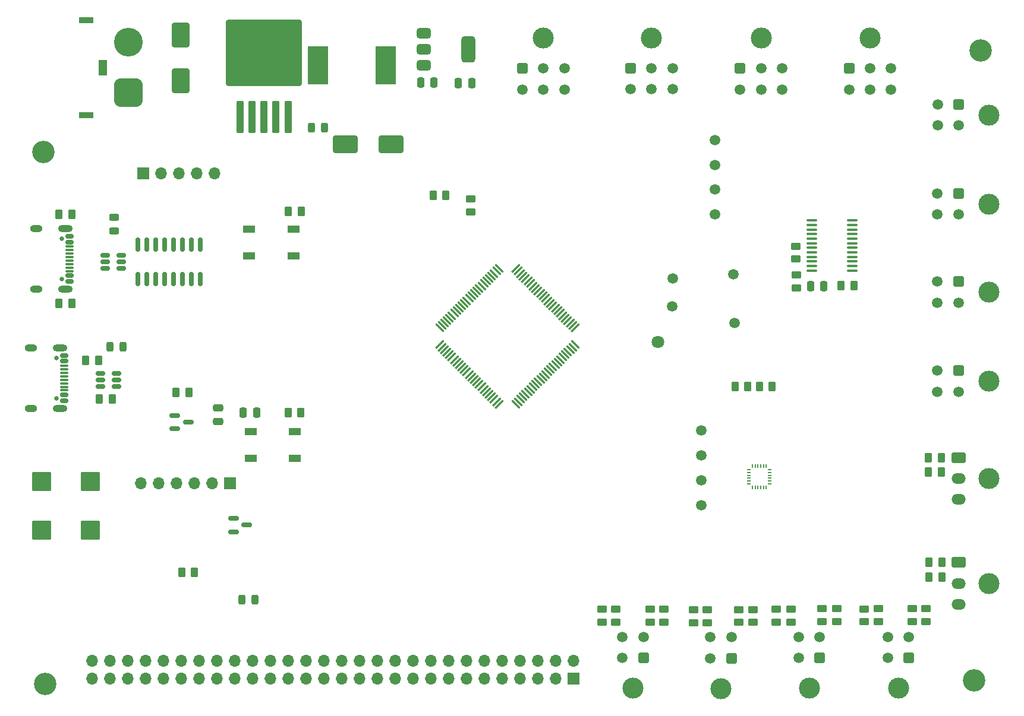
<source format=gts>
%TF.GenerationSoftware,KiCad,Pcbnew,8.0.6*%
%TF.CreationDate,2025-06-06T13:34:11-05:00*%
%TF.ProjectId,Placa_principal_v2,506c6163-615f-4707-9269-6e636970616c,rev?*%
%TF.SameCoordinates,Original*%
%TF.FileFunction,Soldermask,Top*%
%TF.FilePolarity,Negative*%
%FSLAX46Y46*%
G04 Gerber Fmt 4.6, Leading zero omitted, Abs format (unit mm)*
G04 Created by KiCad (PCBNEW 8.0.6) date 2025-06-06 13:34:11*
%MOMM*%
%LPD*%
G01*
G04 APERTURE LIST*
G04 Aperture macros list*
%AMRoundRect*
0 Rectangle with rounded corners*
0 $1 Rounding radius*
0 $2 $3 $4 $5 $6 $7 $8 $9 X,Y pos of 4 corners*
0 Add a 4 corners polygon primitive as box body*
4,1,4,$2,$3,$4,$5,$6,$7,$8,$9,$2,$3,0*
0 Add four circle primitives for the rounded corners*
1,1,$1+$1,$2,$3*
1,1,$1+$1,$4,$5*
1,1,$1+$1,$6,$7*
1,1,$1+$1,$8,$9*
0 Add four rect primitives between the rounded corners*
20,1,$1+$1,$2,$3,$4,$5,0*
20,1,$1+$1,$4,$5,$6,$7,0*
20,1,$1+$1,$6,$7,$8,$9,0*
20,1,$1+$1,$8,$9,$2,$3,0*%
G04 Aperture macros list end*
%ADD10R,1.700000X1.000000*%
%ADD11RoundRect,0.102000X-1.250000X-1.250000X1.250000X-1.250000X1.250000X1.250000X-1.250000X1.250000X0*%
%ADD12RoundRect,0.250000X-0.450000X0.262500X-0.450000X-0.262500X0.450000X-0.262500X0.450000X0.262500X0*%
%ADD13C,0.650000*%
%ADD14RoundRect,0.150000X-0.425000X0.150000X-0.425000X-0.150000X0.425000X-0.150000X0.425000X0.150000X0*%
%ADD15RoundRect,0.075000X-0.500000X0.075000X-0.500000X-0.075000X0.500000X-0.075000X0.500000X0.075000X0*%
%ADD16O,2.100000X1.000000*%
%ADD17O,1.800000X1.000000*%
%ADD18RoundRect,0.250000X-0.262500X-0.450000X0.262500X-0.450000X0.262500X0.450000X-0.262500X0.450000X0*%
%ADD19C,1.500000*%
%ADD20C,3.000000*%
%ADD21RoundRect,0.250001X-0.499999X0.499999X-0.499999X-0.499999X0.499999X-0.499999X0.499999X0.499999X0*%
%ADD22RoundRect,0.250000X0.450000X-0.262500X0.450000X0.262500X-0.450000X0.262500X-0.450000X-0.262500X0*%
%ADD23RoundRect,0.250001X-0.499999X-0.499999X0.499999X-0.499999X0.499999X0.499999X-0.499999X0.499999X0*%
%ADD24RoundRect,0.243750X-0.243750X-0.456250X0.243750X-0.456250X0.243750X0.456250X-0.243750X0.456250X0*%
%ADD25RoundRect,0.250001X0.499999X0.499999X-0.499999X0.499999X-0.499999X-0.499999X0.499999X-0.499999X0*%
%ADD26RoundRect,0.050000X-0.225000X-0.050000X0.225000X-0.050000X0.225000X0.050000X-0.225000X0.050000X0*%
%ADD27RoundRect,0.050000X0.050000X-0.225000X0.050000X0.225000X-0.050000X0.225000X-0.050000X-0.225000X0*%
%ADD28RoundRect,0.075000X-0.459619X-0.565685X0.565685X0.459619X0.459619X0.565685X-0.565685X-0.459619X0*%
%ADD29RoundRect,0.075000X0.459619X-0.565685X0.565685X-0.459619X-0.459619X0.565685X-0.565685X0.459619X0*%
%ADD30RoundRect,0.243750X0.243750X0.456250X-0.243750X0.456250X-0.243750X-0.456250X0.243750X-0.456250X0*%
%ADD31RoundRect,0.250000X0.262500X0.450000X-0.262500X0.450000X-0.262500X-0.450000X0.262500X-0.450000X0*%
%ADD32RoundRect,0.150000X0.512500X0.150000X-0.512500X0.150000X-0.512500X-0.150000X0.512500X-0.150000X0*%
%ADD33R,2.900000X5.400000*%
%ADD34R,1.700000X1.700000*%
%ADD35O,1.700000X1.700000*%
%ADD36RoundRect,0.250000X-1.000000X1.500000X-1.000000X-1.500000X1.000000X-1.500000X1.000000X1.500000X0*%
%ADD37R,2.000000X0.900000*%
%ADD38RoundRect,1.025000X1.025000X-1.025000X1.025000X1.025000X-1.025000X1.025000X-1.025000X-1.025000X0*%
%ADD39C,4.100000*%
%ADD40R,1.300000X2.300000*%
%ADD41RoundRect,0.250000X0.475000X-0.250000X0.475000X0.250000X-0.475000X0.250000X-0.475000X-0.250000X0*%
%ADD42RoundRect,0.100000X0.637500X0.100000X-0.637500X0.100000X-0.637500X-0.100000X0.637500X-0.100000X0*%
%ADD43C,1.800000*%
%ADD44C,3.200000*%
%ADD45RoundRect,0.250000X-0.250000X-0.475000X0.250000X-0.475000X0.250000X0.475000X-0.250000X0.475000X0*%
%ADD46RoundRect,0.250001X-0.759999X0.499999X-0.759999X-0.499999X0.759999X-0.499999X0.759999X0.499999X0*%
%ADD47O,2.020000X1.500000*%
%ADD48RoundRect,0.150000X-0.150000X0.825000X-0.150000X-0.825000X0.150000X-0.825000X0.150000X0.825000X0*%
%ADD49RoundRect,0.150000X-0.587500X-0.150000X0.587500X-0.150000X0.587500X0.150000X-0.587500X0.150000X0*%
%ADD50RoundRect,0.250000X0.250000X0.475000X-0.250000X0.475000X-0.250000X-0.475000X0.250000X-0.475000X0*%
%ADD51RoundRect,0.243750X-0.456250X0.243750X-0.456250X-0.243750X0.456250X-0.243750X0.456250X0.243750X0*%
%ADD52RoundRect,0.250000X1.500000X1.000000X-1.500000X1.000000X-1.500000X-1.000000X1.500000X-1.000000X0*%
%ADD53RoundRect,0.375000X-0.625000X-0.375000X0.625000X-0.375000X0.625000X0.375000X-0.625000X0.375000X0*%
%ADD54RoundRect,0.500000X-0.500000X-1.400000X0.500000X-1.400000X0.500000X1.400000X-0.500000X1.400000X0*%
%ADD55RoundRect,0.250000X0.300000X-2.050000X0.300000X2.050000X-0.300000X2.050000X-0.300000X-2.050000X0*%
%ADD56RoundRect,0.250002X5.149998X-4.449998X5.149998X4.449998X-5.149998X4.449998X-5.149998X-4.449998X0*%
G04 APERTURE END LIST*
D10*
%TO.C,SW2*%
X118080000Y-70360000D03*
X124380000Y-70360000D03*
X118080000Y-74160000D03*
X124380000Y-74160000D03*
%TD*%
%TO.C,SW1*%
X124600000Y-103000000D03*
X118300000Y-103000000D03*
X124600000Y-99200000D03*
X118300000Y-99200000D03*
%TD*%
D11*
%TO.C,LS1*%
X95470000Y-113310000D03*
X88470000Y-113310000D03*
X95470000Y-106310000D03*
X88470000Y-106310000D03*
%TD*%
D12*
%TO.C,R28*%
X207700000Y-124487500D03*
X207700000Y-126312500D03*
%TD*%
%TO.C,R16*%
X168340000Y-124557500D03*
X168340000Y-126382500D03*
%TD*%
D13*
%TO.C,J18*%
X91415000Y-71690000D03*
X91415000Y-77470000D03*
D14*
X92490000Y-71380000D03*
X92490000Y-72180000D03*
D15*
X92490000Y-73330000D03*
X92490000Y-74330000D03*
X92490000Y-74830000D03*
X92490000Y-75830000D03*
D14*
X92490000Y-76980000D03*
X92490000Y-77780000D03*
X92490000Y-77780000D03*
X92490000Y-76980000D03*
D15*
X92490000Y-76330000D03*
X92490000Y-75330000D03*
X92490000Y-73830000D03*
X92490000Y-72830000D03*
D14*
X92490000Y-72180000D03*
X92490000Y-71380000D03*
D16*
X91915000Y-70260000D03*
D17*
X87735000Y-70260000D03*
D16*
X91915000Y-78900000D03*
D17*
X87735000Y-78900000D03*
%TD*%
D18*
%TO.C,R30*%
X214847500Y-104960000D03*
X216672500Y-104960000D03*
%TD*%
D19*
%TO.C,TP7*%
X182530000Y-99060000D03*
%TD*%
D12*
%TO.C,R23*%
X214510000Y-124487500D03*
X214510000Y-126312500D03*
%TD*%
D20*
%TO.C,J11*%
X223450000Y-66760000D03*
D21*
X219130000Y-65260000D03*
D19*
X219130000Y-68260000D03*
X216130000Y-65260000D03*
X216130000Y-68260000D03*
%TD*%
D12*
%TO.C,R17*%
X175210000Y-124537500D03*
X175210000Y-126362500D03*
%TD*%
D22*
%TO.C,R4*%
X195950000Y-74612500D03*
X195950000Y-72787500D03*
%TD*%
D20*
%TO.C,J4*%
X191035000Y-43110000D03*
D23*
X188035000Y-47430000D03*
D19*
X191035000Y-47430000D03*
X194035000Y-47430000D03*
X188035000Y-50430000D03*
X191035000Y-50430000D03*
X194035000Y-50430000D03*
%TD*%
D24*
%TO.C,D3*%
X98235358Y-87076231D03*
X100110358Y-87076231D03*
%TD*%
D20*
%TO.C,J7*%
X185300000Y-135840000D03*
D25*
X186800000Y-131520000D03*
D19*
X183800000Y-131520000D03*
X186800000Y-128520000D03*
X183800000Y-128520000D03*
%TD*%
D12*
%TO.C,R9*%
X149610000Y-66037500D03*
X149610000Y-67862500D03*
%TD*%
D26*
%TO.C,U2*%
X189260000Y-104650000D03*
X189260000Y-105050000D03*
X189260000Y-105450000D03*
X189260000Y-105850000D03*
X189260000Y-106250000D03*
X189260000Y-106650000D03*
D27*
X189760000Y-107150000D03*
X190160000Y-107150000D03*
X190560000Y-107150000D03*
X190960000Y-107150000D03*
X191360000Y-107150000D03*
X191760000Y-107150000D03*
D26*
X192260000Y-106650000D03*
X192260000Y-106250000D03*
X192260000Y-105850000D03*
X192260000Y-105450000D03*
X192260000Y-105050000D03*
X192260000Y-104650000D03*
D27*
X191760000Y-104150000D03*
X191360000Y-104150000D03*
X190960000Y-104150000D03*
X190560000Y-104150000D03*
X190160000Y-104150000D03*
X189760000Y-104150000D03*
%TD*%
D20*
%TO.C,J12*%
X223470000Y-54070000D03*
D21*
X219150000Y-52570000D03*
D19*
X219150000Y-55570000D03*
X216150000Y-52570000D03*
X216150000Y-55570000D03*
%TD*%
D20*
%TO.C,J8*%
X197880000Y-135830000D03*
D25*
X199380000Y-131510000D03*
D19*
X196380000Y-131510000D03*
X199380000Y-128510000D03*
X196380000Y-128510000D03*
%TD*%
D28*
%TO.C,U3*%
X145200377Y-86810253D03*
X145553930Y-87163806D03*
X145907484Y-87517360D03*
X146261037Y-87870913D03*
X146614590Y-88224466D03*
X146968144Y-88578020D03*
X147321697Y-88931573D03*
X147675251Y-89285127D03*
X148028804Y-89638680D03*
X148382357Y-89992233D03*
X148735911Y-90345787D03*
X149089464Y-90699340D03*
X149443017Y-91052894D03*
X149796571Y-91406447D03*
X150150124Y-91760000D03*
X150503678Y-92113554D03*
X150857231Y-92467107D03*
X151210784Y-92820660D03*
X151564338Y-93174214D03*
X151917891Y-93527767D03*
X152271445Y-93881321D03*
X152624998Y-94234874D03*
X152978551Y-94588427D03*
X153332105Y-94941981D03*
X153685658Y-95295534D03*
D29*
X156054466Y-95295534D03*
X156408019Y-94941981D03*
X156761573Y-94588427D03*
X157115126Y-94234874D03*
X157468679Y-93881321D03*
X157822233Y-93527767D03*
X158175786Y-93174214D03*
X158529340Y-92820660D03*
X158882893Y-92467107D03*
X159236446Y-92113554D03*
X159590000Y-91760000D03*
X159943553Y-91406447D03*
X160297107Y-91052894D03*
X160650660Y-90699340D03*
X161004213Y-90345787D03*
X161357767Y-89992233D03*
X161711320Y-89638680D03*
X162064873Y-89285127D03*
X162418427Y-88931573D03*
X162771980Y-88578020D03*
X163125534Y-88224466D03*
X163479087Y-87870913D03*
X163832640Y-87517360D03*
X164186194Y-87163806D03*
X164539747Y-86810253D03*
D28*
X164539747Y-84441445D03*
X164186194Y-84087892D03*
X163832640Y-83734338D03*
X163479087Y-83380785D03*
X163125534Y-83027232D03*
X162771980Y-82673678D03*
X162418427Y-82320125D03*
X162064873Y-81966571D03*
X161711320Y-81613018D03*
X161357767Y-81259465D03*
X161004213Y-80905911D03*
X160650660Y-80552358D03*
X160297107Y-80198804D03*
X159943553Y-79845251D03*
X159590000Y-79491698D03*
X159236446Y-79138144D03*
X158882893Y-78784591D03*
X158529340Y-78431038D03*
X158175786Y-78077484D03*
X157822233Y-77723931D03*
X157468679Y-77370377D03*
X157115126Y-77016824D03*
X156761573Y-76663271D03*
X156408019Y-76309717D03*
X156054466Y-75956164D03*
D29*
X153685658Y-75956164D03*
X153332105Y-76309717D03*
X152978551Y-76663271D03*
X152624998Y-77016824D03*
X152271445Y-77370377D03*
X151917891Y-77723931D03*
X151564338Y-78077484D03*
X151210784Y-78431038D03*
X150857231Y-78784591D03*
X150503678Y-79138144D03*
X150150124Y-79491698D03*
X149796571Y-79845251D03*
X149443017Y-80198804D03*
X149089464Y-80552358D03*
X148735911Y-80905911D03*
X148382357Y-81259465D03*
X148028804Y-81613018D03*
X147675251Y-81966571D03*
X147321697Y-82320125D03*
X146968144Y-82673678D03*
X146614590Y-83027232D03*
X146261037Y-83380785D03*
X145907484Y-83734338D03*
X145553930Y-84087892D03*
X145200377Y-84441445D03*
%TD*%
D30*
%TO.C,D4*%
X118938742Y-123174669D03*
X117063742Y-123174669D03*
%TD*%
D18*
%TO.C,R8*%
X144285000Y-65560000D03*
X146110000Y-65560000D03*
%TD*%
D19*
%TO.C,TP8*%
X182530000Y-102610000D03*
%TD*%
D18*
%TO.C,R12*%
X123687500Y-67800000D03*
X125512500Y-67800000D03*
%TD*%
D31*
%TO.C,R3*%
X204222500Y-78430000D03*
X202397500Y-78430000D03*
%TD*%
D20*
%TO.C,J1*%
X210560000Y-135800000D03*
D25*
X212060000Y-131480000D03*
D19*
X209060000Y-131480000D03*
X212060000Y-128480000D03*
X209060000Y-128480000D03*
%TD*%
D32*
%TO.C,U7*%
X99867500Y-75940000D03*
X99867500Y-74990000D03*
X99867500Y-74040000D03*
X97592500Y-74040000D03*
X97592500Y-74990000D03*
X97592500Y-75940000D03*
%TD*%
D19*
%TO.C,TP10*%
X182530000Y-109710000D03*
%TD*%
D31*
%TO.C,R11*%
X98545358Y-94586231D03*
X96720358Y-94586231D03*
%TD*%
%TO.C,R6*%
X125432500Y-96520000D03*
X123607500Y-96520000D03*
%TD*%
D33*
%TO.C,L2*%
X127860000Y-46970000D03*
X137560000Y-46970000D03*
%TD*%
D19*
%TO.C,TP1*%
X187250000Y-83740000D03*
%TD*%
D34*
%TO.C,J13*%
X115340000Y-106600000D03*
D35*
X112800000Y-106600000D03*
X110260000Y-106600000D03*
X107720000Y-106600000D03*
X105180000Y-106600000D03*
X102640000Y-106600000D03*
%TD*%
D19*
%TO.C,TP6*%
X184420000Y-68260000D03*
%TD*%
D36*
%TO.C,C21*%
X108290000Y-42690000D03*
X108290000Y-49190000D03*
%TD*%
D31*
%TO.C,R10*%
X96605358Y-89076231D03*
X94780358Y-89076231D03*
%TD*%
D24*
%TO.C,D2*%
X126932500Y-55880000D03*
X128807500Y-55880000D03*
%TD*%
D37*
%TO.C,J6*%
X94870000Y-54060000D03*
X94870000Y-40560000D03*
D38*
X100870000Y-50910000D03*
D39*
X100870000Y-43710000D03*
D40*
X97220000Y-47310000D03*
%TD*%
D12*
%TO.C,R20*%
X181350000Y-124617500D03*
X181350000Y-126442500D03*
%TD*%
D20*
%TO.C,J2*%
X175410000Y-43070000D03*
D23*
X172410000Y-47390000D03*
D19*
X175410000Y-47390000D03*
X178410000Y-47390000D03*
X172410000Y-50390000D03*
X175410000Y-50390000D03*
X178410000Y-50390000D03*
%TD*%
D41*
%TO.C,C10*%
X113697500Y-97752500D03*
X113697500Y-95852500D03*
%TD*%
D34*
%TO.C,J21*%
X164310000Y-134430000D03*
D35*
X164310000Y-131890000D03*
X161770000Y-134430000D03*
X161770000Y-131890000D03*
X159230000Y-134430000D03*
X159230000Y-131890000D03*
X156690000Y-134430000D03*
X156690000Y-131890000D03*
X154150000Y-134430000D03*
X154150000Y-131890000D03*
X151610000Y-134430000D03*
X151610000Y-131890000D03*
X149070000Y-134430000D03*
X149070000Y-131890000D03*
X146530000Y-134430000D03*
X146530000Y-131890000D03*
X143990000Y-134430000D03*
X143990000Y-131890000D03*
X141450000Y-134430000D03*
X141450000Y-131890000D03*
X138910000Y-134430000D03*
X138910000Y-131890000D03*
X136370000Y-134430000D03*
X136370000Y-131890000D03*
X133830000Y-134430000D03*
X133830000Y-131890000D03*
X131290000Y-134430000D03*
X131290000Y-131890000D03*
X128750000Y-134430000D03*
X128750000Y-131890000D03*
X126210000Y-134430000D03*
X126210000Y-131890000D03*
X123670000Y-134430000D03*
X123670000Y-131890000D03*
X121130000Y-134430000D03*
X121130000Y-131890000D03*
X118590000Y-134430000D03*
X118590000Y-131890000D03*
X116050000Y-134430000D03*
X116050000Y-131890000D03*
X113510000Y-134430000D03*
X113510000Y-131890000D03*
X110970000Y-134430000D03*
X110970000Y-131890000D03*
X108430000Y-134430000D03*
X108430000Y-131890000D03*
X105890000Y-134430000D03*
X105890000Y-131890000D03*
X103350000Y-134430000D03*
X103350000Y-131890000D03*
X100810000Y-134430000D03*
X100810000Y-131890000D03*
X98270000Y-134430000D03*
X98270000Y-131890000D03*
X95730000Y-134430000D03*
X95730000Y-131890000D03*
%TD*%
D12*
%TO.C,R27*%
X212530000Y-124477500D03*
X212530000Y-126302500D03*
%TD*%
D42*
%TO.C,U5*%
X204005000Y-76245000D03*
X204005000Y-75595000D03*
X204005000Y-74945000D03*
X204005000Y-74295000D03*
X204005000Y-73645000D03*
X204005000Y-72995000D03*
X204005000Y-72345000D03*
X204005000Y-71695000D03*
X204005000Y-71045000D03*
X204005000Y-70395000D03*
X204005000Y-69745000D03*
X204005000Y-69095000D03*
X198280000Y-69095000D03*
X198280000Y-69745000D03*
X198280000Y-70395000D03*
X198280000Y-71045000D03*
X198280000Y-71695000D03*
X198280000Y-72345000D03*
X198280000Y-72995000D03*
X198280000Y-73645000D03*
X198280000Y-74295000D03*
X198280000Y-74945000D03*
X198280000Y-75595000D03*
X198280000Y-76245000D03*
%TD*%
D19*
%TO.C,TP12*%
X178340000Y-81360000D03*
%TD*%
D43*
%TO.C,TP13*%
X176350000Y-86400000D03*
%TD*%
D44*
%TO.C,H3*%
X221395000Y-134675000D03*
%TD*%
D12*
%TO.C,R13*%
X201780000Y-124487500D03*
X201780000Y-126312500D03*
%TD*%
D45*
%TO.C,C11*%
X142490000Y-49400000D03*
X144390000Y-49400000D03*
%TD*%
D20*
%TO.C,J5*%
X206540000Y-43120000D03*
D23*
X203540000Y-47440000D03*
D19*
X206540000Y-47440000D03*
X209540000Y-47440000D03*
X203540000Y-50440000D03*
X206540000Y-50440000D03*
X209540000Y-50440000D03*
%TD*%
D20*
%TO.C,J17*%
X223450000Y-120850000D03*
D46*
X219130000Y-117850000D03*
D47*
X219130000Y-120850000D03*
X219130000Y-123850000D03*
%TD*%
D12*
%TO.C,R26*%
X193170000Y-124557500D03*
X193170000Y-126382500D03*
%TD*%
D18*
%TO.C,R34*%
X214940000Y-119970000D03*
X216765000Y-119970000D03*
%TD*%
D34*
%TO.C,J15*%
X102965000Y-62350000D03*
D35*
X105505000Y-62350000D03*
X108045000Y-62350000D03*
X110585000Y-62350000D03*
X113125000Y-62350000D03*
%TD*%
D31*
%TO.C,R29*%
X110277500Y-119282500D03*
X108452500Y-119282500D03*
%TD*%
D18*
%TO.C,R2*%
X190777500Y-92770000D03*
X192602500Y-92770000D03*
%TD*%
D12*
%TO.C,R24*%
X205720000Y-124507500D03*
X205720000Y-126332500D03*
%TD*%
D19*
%TO.C,TP11*%
X178450000Y-77380000D03*
%TD*%
%TO.C,TP4*%
X184420000Y-61160000D03*
%TD*%
D31*
%TO.C,R1*%
X189132500Y-92770000D03*
X187307500Y-92770000D03*
%TD*%
D13*
%TO.C,J19*%
X90637858Y-88686231D03*
X90637858Y-94466231D03*
D14*
X91712858Y-88376231D03*
X91712858Y-89176231D03*
D15*
X91712858Y-90326231D03*
X91712858Y-91326231D03*
X91712858Y-91826231D03*
X91712858Y-92826231D03*
D14*
X91712858Y-93976231D03*
X91712858Y-94776231D03*
X91712858Y-94776231D03*
X91712858Y-93976231D03*
D15*
X91712858Y-93326231D03*
X91712858Y-92326231D03*
X91712858Y-90826231D03*
X91712858Y-89826231D03*
D14*
X91712858Y-89176231D03*
X91712858Y-88376231D03*
D16*
X91137858Y-87256231D03*
D17*
X86957858Y-87256231D03*
D16*
X91137858Y-95896231D03*
D17*
X86957858Y-95896231D03*
%TD*%
D20*
%TO.C,J14*%
X223450000Y-92010000D03*
D21*
X219130000Y-90510000D03*
D19*
X219130000Y-93510000D03*
X216130000Y-90510000D03*
X216130000Y-93510000D03*
%TD*%
D45*
%TO.C,C9*%
X117240000Y-96530000D03*
X119140000Y-96530000D03*
%TD*%
D44*
%TO.C,H4*%
X222310000Y-44880000D03*
%TD*%
D48*
%TO.C,U8*%
X111130000Y-72505000D03*
X109860000Y-72505000D03*
X108590000Y-72505000D03*
X107320000Y-72505000D03*
X106050000Y-72505000D03*
X104780000Y-72505000D03*
X103510000Y-72505000D03*
X102240000Y-72505000D03*
X102240000Y-77455000D03*
X103510000Y-77455000D03*
X104780000Y-77455000D03*
X106050000Y-77455000D03*
X107320000Y-77455000D03*
X108590000Y-77455000D03*
X109860000Y-77455000D03*
X111130000Y-77455000D03*
%TD*%
D12*
%TO.C,R14*%
X199720000Y-124447500D03*
X199720000Y-126272500D03*
%TD*%
D20*
%TO.C,J9*%
X172740000Y-135830000D03*
D25*
X174240000Y-131510000D03*
D19*
X171240000Y-131510000D03*
X174240000Y-128510000D03*
X171240000Y-128510000D03*
%TD*%
D20*
%TO.C,J10*%
X223430000Y-79330000D03*
D21*
X219110000Y-77830000D03*
D19*
X219110000Y-80830000D03*
X216110000Y-77830000D03*
X216110000Y-80830000D03*
%TD*%
D12*
%TO.C,R15*%
X177190000Y-124537500D03*
X177190000Y-126362500D03*
%TD*%
D18*
%TO.C,R33*%
X214865000Y-102960000D03*
X216690000Y-102960000D03*
%TD*%
D12*
%TO.C,R22*%
X183340000Y-124617500D03*
X183340000Y-126442500D03*
%TD*%
D49*
%TO.C,Q2*%
X107512500Y-96912500D03*
X107512500Y-98812500D03*
X109387500Y-97862500D03*
%TD*%
%TO.C,Q1*%
X115837500Y-111592500D03*
X115837500Y-113492500D03*
X117712500Y-112542500D03*
%TD*%
D12*
%TO.C,R25*%
X195290000Y-124557500D03*
X195290000Y-126382500D03*
%TD*%
D50*
%TO.C,C8*%
X199940000Y-78460000D03*
X198040000Y-78460000D03*
%TD*%
D32*
%TO.C,U6*%
X99150358Y-92786231D03*
X99150358Y-91836231D03*
X99150358Y-90886231D03*
X96875358Y-90886231D03*
X96875358Y-91836231D03*
X96875358Y-92786231D03*
%TD*%
D51*
%TO.C,D1*%
X98840000Y-68692500D03*
X98840000Y-70567500D03*
%TD*%
D19*
%TO.C,TP9*%
X182530000Y-106160000D03*
%TD*%
D31*
%TO.C,R31*%
X92822500Y-80950000D03*
X90997500Y-80950000D03*
%TD*%
D19*
%TO.C,TP2*%
X187040000Y-76820000D03*
%TD*%
D52*
%TO.C,C22*%
X138290000Y-58200000D03*
X131790000Y-58200000D03*
%TD*%
D44*
%TO.C,H2*%
X89000000Y-135160000D03*
%TD*%
D20*
%TO.C,J16*%
X223450000Y-105900000D03*
D46*
X219130000Y-102900000D03*
D47*
X219130000Y-105900000D03*
X219130000Y-108900000D03*
%TD*%
D12*
%TO.C,R21*%
X187840000Y-124587500D03*
X187840000Y-126412500D03*
%TD*%
%TO.C,R19*%
X189820000Y-124597500D03*
X189820000Y-126422500D03*
%TD*%
D50*
%TO.C,C12*%
X149790000Y-49500000D03*
X147890000Y-49500000D03*
%TD*%
D31*
%TO.C,R7*%
X109490000Y-93652500D03*
X107665000Y-93652500D03*
%TD*%
D53*
%TO.C,U1*%
X142980000Y-42387500D03*
X142980000Y-44687500D03*
D54*
X149280000Y-44687500D03*
D53*
X142980000Y-46987500D03*
%TD*%
D55*
%TO.C,U4*%
X116810000Y-54360000D03*
X118510000Y-54360000D03*
X120210000Y-54360000D03*
D56*
X120210000Y-45210000D03*
D55*
X121910000Y-54360000D03*
X123610000Y-54360000D03*
%TD*%
D31*
%TO.C,R32*%
X92792500Y-68190000D03*
X90967500Y-68190000D03*
%TD*%
D20*
%TO.C,J3*%
X159990000Y-43110000D03*
D23*
X156990000Y-47430000D03*
D19*
X159990000Y-47430000D03*
X162990000Y-47430000D03*
X156990000Y-50430000D03*
X159990000Y-50430000D03*
X162990000Y-50430000D03*
%TD*%
%TO.C,TP3*%
X184420000Y-57610000D03*
%TD*%
D18*
%TO.C,R35*%
X214927500Y-117850000D03*
X216752500Y-117850000D03*
%TD*%
D19*
%TO.C,TP5*%
X184420000Y-64710000D03*
%TD*%
D12*
%TO.C,R5*%
X196060000Y-76877500D03*
X196060000Y-78702500D03*
%TD*%
D44*
%TO.C,H1*%
X88800000Y-59340000D03*
%TD*%
D12*
%TO.C,R18*%
X170320000Y-124567500D03*
X170320000Y-126392500D03*
%TD*%
M02*

</source>
